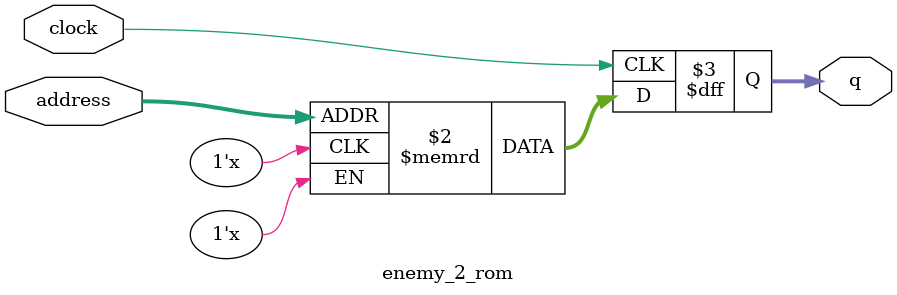
<source format=sv>
module enemy_2_rom (
	input logic clock,
	input logic [9:0] address,
	output logic [2:0] q
);

logic [2:0] memory [0:1023] /* synthesis ram_init_file = "./enemy_2/enemy_2.mif" */;

always_ff @ (posedge clock) begin
	q <= memory[address];
end

endmodule

</source>
